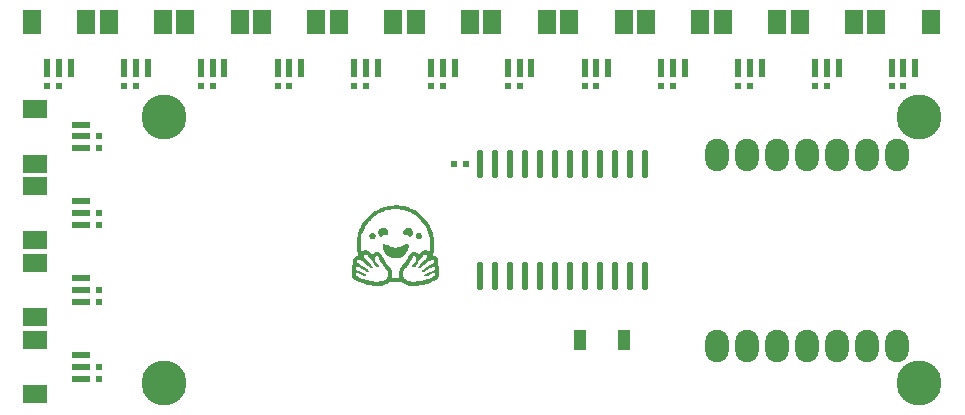
<source format=gbr>
%TF.GenerationSoftware,KiCad,Pcbnew,8.0.1*%
%TF.CreationDate,2025-01-13T07:12:32-05:00*%
%TF.ProjectId,glove-v3,676c6f76-652d-4763-932e-6b696361645f,rev?*%
%TF.SameCoordinates,Original*%
%TF.FileFunction,Soldermask,Top*%
%TF.FilePolarity,Negative*%
%FSLAX46Y46*%
G04 Gerber Fmt 4.6, Leading zero omitted, Abs format (unit mm)*
G04 Created by KiCad (PCBNEW 8.0.1) date 2025-01-13 07:12:32*
%MOMM*%
%LPD*%
G01*
G04 APERTURE LIST*
G04 Aperture macros list*
%AMRoundRect*
0 Rectangle with rounded corners*
0 $1 Rounding radius*
0 $2 $3 $4 $5 $6 $7 $8 $9 X,Y pos of 4 corners*
0 Add a 4 corners polygon primitive as box body*
4,1,4,$2,$3,$4,$5,$6,$7,$8,$9,$2,$3,0*
0 Add four circle primitives for the rounded corners*
1,1,$1+$1,$2,$3*
1,1,$1+$1,$4,$5*
1,1,$1+$1,$6,$7*
1,1,$1+$1,$8,$9*
0 Add four rect primitives between the rounded corners*
20,1,$1+$1,$2,$3,$4,$5,0*
20,1,$1+$1,$4,$5,$6,$7,0*
20,1,$1+$1,$6,$7,$8,$9,0*
20,1,$1+$1,$8,$9,$2,$3,0*%
G04 Aperture macros list end*
%ADD10C,0.000000*%
%ADD11C,3.800000*%
%ADD12RoundRect,1.000000X-0.000010X0.375000X-0.000010X-0.375000X0.000010X-0.375000X0.000010X0.375000X0*%
%ADD13C,1.524000*%
%ADD14R,1.000000X1.800000*%
%ADD15R,0.600000X0.600000*%
%ADD16O,0.570000X2.390000*%
%ADD17R,0.600000X1.550000*%
%ADD18R,1.500000X2.000000*%
%ADD19R,1.550000X0.600000*%
%ADD20R,2.000000X1.500000*%
G04 APERTURE END LIST*
D10*
%TO.C,G\u002A\u002A\u002A*%
G36*
X135746649Y-44358890D02*
G01*
X135820868Y-44399732D01*
X135881388Y-44460343D01*
X135922107Y-44534620D01*
X135936920Y-44616005D01*
X135922177Y-44696504D01*
X135882101Y-44772111D01*
X135822922Y-44832605D01*
X135793515Y-44851235D01*
X135706615Y-44882505D01*
X135621474Y-44882213D01*
X135536155Y-44851235D01*
X135470745Y-44800258D01*
X135421790Y-44729825D01*
X135395519Y-44650156D01*
X135392749Y-44616005D01*
X135400535Y-44565127D01*
X135420098Y-44507304D01*
X135429605Y-44487325D01*
X135480581Y-44421915D01*
X135551014Y-44372960D01*
X135630683Y-44346690D01*
X135664835Y-44343919D01*
X135746649Y-44358890D01*
G37*
G36*
X131825414Y-44358890D02*
G01*
X131899633Y-44399732D01*
X131960153Y-44460343D01*
X132000872Y-44534620D01*
X132015685Y-44616005D01*
X132007899Y-44666883D01*
X131988337Y-44724705D01*
X131978830Y-44744685D01*
X131927853Y-44810095D01*
X131857420Y-44859050D01*
X131777751Y-44885320D01*
X131743600Y-44888091D01*
X131692722Y-44880304D01*
X131634899Y-44860742D01*
X131614920Y-44851235D01*
X131549510Y-44800258D01*
X131500555Y-44729825D01*
X131474284Y-44650156D01*
X131471514Y-44616005D01*
X131479300Y-44565127D01*
X131498863Y-44507304D01*
X131508369Y-44487325D01*
X131559346Y-44421915D01*
X131629779Y-44372960D01*
X131709448Y-44346690D01*
X131743600Y-44343919D01*
X131825414Y-44358890D01*
G37*
G36*
X134883162Y-43926193D02*
G01*
X134982047Y-43966699D01*
X135064559Y-44029550D01*
X135127877Y-44110840D01*
X135169181Y-44206663D01*
X135185648Y-44313111D01*
X135174457Y-44426280D01*
X135165861Y-44459046D01*
X135138540Y-44516953D01*
X135093390Y-44580879D01*
X135039612Y-44639725D01*
X134986408Y-44682392D01*
X134975580Y-44688564D01*
X134942090Y-44705442D01*
X134923544Y-44709710D01*
X134906014Y-44702576D01*
X134894147Y-44695618D01*
X134870963Y-44674781D01*
X134837940Y-44636573D01*
X134809793Y-44599583D01*
X134762462Y-44539792D01*
X134720770Y-44505872D01*
X134676339Y-44494919D01*
X134620790Y-44504025D01*
X134576498Y-44518688D01*
X134520012Y-44536567D01*
X134470911Y-44547407D01*
X134443939Y-44549030D01*
X134406635Y-44528344D01*
X134377688Y-44481106D01*
X134359083Y-44412132D01*
X134352798Y-44327914D01*
X134367225Y-44209356D01*
X134408000Y-44107077D01*
X134472542Y-44023641D01*
X134558275Y-43961615D01*
X134662621Y-43923565D01*
X134770726Y-43911939D01*
X134883162Y-43926193D01*
G37*
G36*
X132769102Y-43924883D02*
G01*
X132868069Y-43964419D01*
X132950067Y-44031018D01*
X133015863Y-44125152D01*
X133023518Y-44139940D01*
X133062752Y-44249140D01*
X133071723Y-44357030D01*
X133050258Y-44460082D01*
X133040439Y-44483963D01*
X133016562Y-44525845D01*
X132988089Y-44547731D01*
X132948585Y-44550778D01*
X132891618Y-44536143D01*
X132845489Y-44519005D01*
X132792606Y-44502040D01*
X132746808Y-44493947D01*
X132727022Y-44494760D01*
X132700878Y-44510395D01*
X132661571Y-44544426D01*
X132616220Y-44590485D01*
X132600680Y-44607764D01*
X132556922Y-44654948D01*
X132519041Y-44691007D01*
X132493165Y-44710286D01*
X132487725Y-44712035D01*
X132463693Y-44702912D01*
X132425087Y-44679501D01*
X132397049Y-44659450D01*
X132317271Y-44579533D01*
X132262724Y-44482358D01*
X132236102Y-44373395D01*
X132233874Y-44327914D01*
X132243107Y-44226501D01*
X132272308Y-44141680D01*
X132325650Y-44062201D01*
X132337669Y-44048127D01*
X132420656Y-43977224D01*
X132521182Y-43931237D01*
X132634293Y-43912312D01*
X132652400Y-43911939D01*
X132769102Y-43924883D01*
G37*
G36*
X134763677Y-45297570D02*
G01*
X134782817Y-45317060D01*
X134783994Y-45319174D01*
X134797123Y-45367938D01*
X134799734Y-45439639D01*
X134792837Y-45527351D01*
X134777443Y-45624150D01*
X134754564Y-45723110D01*
X134725208Y-45817306D01*
X134703264Y-45872401D01*
X134612442Y-46041441D01*
X134500067Y-46187367D01*
X134367274Y-46309206D01*
X134215198Y-46405982D01*
X134044972Y-46476722D01*
X133976942Y-46496274D01*
X133886367Y-46511811D01*
X133776049Y-46519261D01*
X133657176Y-46518782D01*
X133540934Y-46510531D01*
X133438511Y-46494667D01*
X133411574Y-46488296D01*
X133242025Y-46427950D01*
X133088699Y-46340960D01*
X132953271Y-46229193D01*
X132837417Y-46094520D01*
X132742811Y-45938807D01*
X132671129Y-45763925D01*
X132633145Y-45619989D01*
X132613844Y-45504429D01*
X132609407Y-45415339D01*
X132619842Y-45350837D01*
X132634058Y-45321973D01*
X132653355Y-45302330D01*
X132679567Y-45292716D01*
X132716377Y-45294009D01*
X132767470Y-45307086D01*
X132836526Y-45332826D01*
X132927229Y-45372106D01*
X133016000Y-45413001D01*
X133192209Y-45491064D01*
X133350000Y-45550000D01*
X133494663Y-45589755D01*
X133631488Y-45610274D01*
X133765763Y-45611504D01*
X133902779Y-45593390D01*
X134047825Y-45555878D01*
X134206191Y-45498914D01*
X134383165Y-45422443D01*
X134434832Y-45398440D01*
X134542767Y-45349308D01*
X134626295Y-45315410D01*
X134688740Y-45295990D01*
X134733426Y-45290295D01*
X134763677Y-45297570D01*
G37*
G36*
X133808250Y-42044146D02*
G01*
X134129938Y-42071319D01*
X134443143Y-42128286D01*
X134746168Y-42213834D01*
X135037315Y-42326746D01*
X135314889Y-42465808D01*
X135577191Y-42629804D01*
X135822525Y-42817519D01*
X136049195Y-43027738D01*
X136255502Y-43259245D01*
X136439751Y-43510826D01*
X136600244Y-43781265D01*
X136735284Y-44069348D01*
X136773892Y-44167864D01*
X136844448Y-44375429D01*
X136897613Y-44576714D01*
X136934822Y-44780135D01*
X136957508Y-44994106D01*
X136967108Y-45227043D01*
X136967651Y-45304222D01*
X136966133Y-45464217D01*
X136960941Y-45600547D01*
X136951115Y-45721444D01*
X136935694Y-45835138D01*
X136913719Y-45949858D01*
X136884231Y-46073835D01*
X136872760Y-46117904D01*
X136855844Y-46182244D01*
X136842539Y-46233650D01*
X136834624Y-46265202D01*
X136833203Y-46271724D01*
X136847524Y-46275909D01*
X136884107Y-46281815D01*
X136912133Y-46285419D01*
X137020896Y-46313329D01*
X137116496Y-46366871D01*
X137196222Y-46441418D01*
X137257363Y-46532345D01*
X137297206Y-46635027D01*
X137313042Y-46744838D01*
X137302157Y-46857154D01*
X137283547Y-46918983D01*
X137250697Y-47005262D01*
X137306394Y-47070331D01*
X137365391Y-47162933D01*
X137399251Y-47269769D01*
X137407081Y-47384178D01*
X137387989Y-47499496D01*
X137370527Y-47549547D01*
X137350132Y-47601622D01*
X137341707Y-47635312D01*
X137344320Y-47661528D01*
X137357044Y-47691179D01*
X137358253Y-47693593D01*
X137373527Y-47738243D01*
X137385656Y-47799100D01*
X137390499Y-47843561D01*
X137385859Y-47954905D01*
X137356018Y-48058181D01*
X137299741Y-48154872D01*
X137215795Y-48246456D01*
X137102947Y-48334414D01*
X136959965Y-48420227D01*
X136873215Y-48464532D01*
X136608670Y-48580563D01*
X136330770Y-48678899D01*
X136046138Y-48757923D01*
X135761396Y-48816019D01*
X135483164Y-48851571D01*
X135240701Y-48862972D01*
X135023147Y-48854887D01*
X134829818Y-48828304D01*
X134658321Y-48782502D01*
X134506264Y-48716764D01*
X134371252Y-48630370D01*
X134316150Y-48585204D01*
X134240390Y-48518518D01*
X134092341Y-48538081D01*
X133988951Y-48548002D01*
X133863486Y-48554221D01*
X133725666Y-48556745D01*
X133585209Y-48555581D01*
X133451837Y-48550739D01*
X133335268Y-48542224D01*
X133292822Y-48537447D01*
X133137507Y-48517467D01*
X133052746Y-48592343D01*
X132954875Y-48664599D01*
X132835011Y-48730575D01*
X132703134Y-48785490D01*
X132569226Y-48824566D01*
X132566396Y-48825198D01*
X132460147Y-48843347D01*
X132333201Y-48856568D01*
X132196568Y-48864330D01*
X132061259Y-48866101D01*
X131938283Y-48861351D01*
X131895648Y-48857573D01*
X131589332Y-48812197D01*
X131274902Y-48741506D01*
X130960580Y-48647716D01*
X130654587Y-48533038D01*
X130592814Y-48506795D01*
X130436146Y-48430905D01*
X130298999Y-48348355D01*
X130184060Y-48261332D01*
X130094014Y-48172023D01*
X130031550Y-48082617D01*
X130008942Y-48031358D01*
X129987837Y-47935207D01*
X129985592Y-47834796D01*
X130001986Y-47742700D01*
X130014565Y-47709111D01*
X130032126Y-47667733D01*
X130037197Y-47638554D01*
X130029566Y-47607133D01*
X130012498Y-47566881D01*
X129978815Y-47456108D01*
X129971160Y-47341067D01*
X129971227Y-47340639D01*
X130309616Y-47340639D01*
X130313087Y-47402342D01*
X130344449Y-47463574D01*
X130360768Y-47482582D01*
X130415883Y-47527107D01*
X130500337Y-47576972D01*
X130612097Y-47631146D01*
X130749135Y-47688594D01*
X130817096Y-47714710D01*
X130944835Y-47763987D01*
X131044805Y-47806120D01*
X131119957Y-47842957D01*
X131173244Y-47876344D01*
X131207619Y-47908128D01*
X131226032Y-47940154D01*
X131231438Y-47973862D01*
X131226984Y-48015382D01*
X131211903Y-48042308D01*
X131183619Y-48054280D01*
X131139554Y-48050941D01*
X131077131Y-48031932D01*
X130993774Y-47996895D01*
X130886905Y-47945469D01*
X130833615Y-47918502D01*
X130730820Y-47866709D01*
X130650970Y-47828549D01*
X130589089Y-47801999D01*
X130540201Y-47785035D01*
X130499330Y-47775636D01*
X130474720Y-47772626D01*
X130419870Y-47770309D01*
X130385099Y-47776405D01*
X130359027Y-47793394D01*
X130352991Y-47799178D01*
X130323623Y-47842060D01*
X130321527Y-47887434D01*
X130347475Y-47938634D01*
X130398508Y-47995417D01*
X130473925Y-48054820D01*
X130576727Y-48115876D01*
X130702446Y-48177042D01*
X130846616Y-48236775D01*
X131004770Y-48293530D01*
X131172443Y-48345765D01*
X131345169Y-48391935D01*
X131518479Y-48430497D01*
X131687910Y-48459908D01*
X131775610Y-48471371D01*
X131875919Y-48480001D01*
X131991005Y-48485315D01*
X132113186Y-48487388D01*
X132234781Y-48486298D01*
X132348108Y-48482120D01*
X132445488Y-48474931D01*
X132519238Y-48464808D01*
X132523574Y-48463939D01*
X132660129Y-48424709D01*
X132774706Y-48366376D01*
X132871397Y-48285699D01*
X132954296Y-48179436D01*
X133011647Y-48077448D01*
X133044089Y-48009005D01*
X133063827Y-47956664D01*
X133073994Y-47908713D01*
X133077725Y-47853437D01*
X133078100Y-47829090D01*
X133073499Y-47748090D01*
X133056615Y-47672221D01*
X133024854Y-47596399D01*
X132975625Y-47515538D01*
X132906335Y-47424555D01*
X132821935Y-47326754D01*
X132658322Y-47128820D01*
X132516054Y-46924499D01*
X132398352Y-46718849D01*
X132312100Y-46526531D01*
X132266697Y-46429602D01*
X132216377Y-46359568D01*
X132163007Y-46317390D01*
X132108456Y-46304031D01*
X132054591Y-46320452D01*
X132003334Y-46367547D01*
X131972234Y-46424867D01*
X131950018Y-46499922D01*
X131939789Y-46578962D01*
X131942517Y-46637085D01*
X131962709Y-46720190D01*
X131997649Y-46796088D01*
X132051602Y-46871800D01*
X132128834Y-46954349D01*
X132144357Y-46969349D01*
X132201380Y-47024969D01*
X132238532Y-47065101D01*
X132259913Y-47095477D01*
X132269621Y-47121825D01*
X132271766Y-47147464D01*
X132259303Y-47206750D01*
X132222659Y-47245460D01*
X132162954Y-47262629D01*
X132137357Y-47263383D01*
X132083045Y-47255551D01*
X132034703Y-47238088D01*
X132027457Y-47233827D01*
X132003196Y-47209295D01*
X131968138Y-47162633D01*
X131926543Y-47099958D01*
X131882671Y-47027388D01*
X131877976Y-47019215D01*
X131771576Y-46838867D01*
X131669023Y-46676496D01*
X131571747Y-46534002D01*
X131481178Y-46413286D01*
X131398745Y-46316249D01*
X131325878Y-46244791D01*
X131264008Y-46200815D01*
X131261390Y-46199454D01*
X131184985Y-46171361D01*
X131123057Y-46171307D01*
X131077146Y-46198401D01*
X131048794Y-46251753D01*
X131039528Y-46327561D01*
X131043017Y-46377693D01*
X131054853Y-46426652D01*
X131077352Y-46477898D01*
X131112831Y-46534886D01*
X131163605Y-46601077D01*
X131231991Y-46679928D01*
X131320306Y-46774897D01*
X131382646Y-46839837D01*
X131489411Y-46950977D01*
X131575120Y-47042253D01*
X131641713Y-47116070D01*
X131691129Y-47174831D01*
X131725306Y-47220941D01*
X131746185Y-47256805D01*
X131755703Y-47284827D01*
X131756427Y-47303330D01*
X131744582Y-47335856D01*
X131713019Y-47349185D01*
X131706918Y-47349993D01*
X131662790Y-47345136D01*
X131607311Y-47320547D01*
X131538054Y-47274724D01*
X131452588Y-47206163D01*
X131399491Y-47159737D01*
X131315948Y-47088035D01*
X131218368Y-47009084D01*
X131114057Y-46928397D01*
X131010324Y-46851487D01*
X130914474Y-46783868D01*
X130833814Y-46731052D01*
X130821071Y-46723303D01*
X130707835Y-46662962D01*
X130611680Y-46627560D01*
X130533279Y-46617226D01*
X130473302Y-46632086D01*
X130447196Y-46652328D01*
X130414832Y-46695714D01*
X130400572Y-46739128D01*
X130405863Y-46784263D01*
X130432155Y-46832812D01*
X130480895Y-46886468D01*
X130553531Y-46946923D01*
X130651511Y-47015871D01*
X130776284Y-47095005D01*
X130878079Y-47156032D01*
X131032548Y-47248810D01*
X131159884Y-47329331D01*
X131261880Y-47399045D01*
X131340330Y-47459401D01*
X131397026Y-47511851D01*
X131433762Y-47557845D01*
X131452331Y-47598833D01*
X131455509Y-47623039D01*
X131448103Y-47663166D01*
X131432900Y-47687812D01*
X131418538Y-47695189D01*
X131398247Y-47695617D01*
X131368784Y-47687610D01*
X131326903Y-47669685D01*
X131269359Y-47640356D01*
X131192909Y-47598139D01*
X131094307Y-47541549D01*
X131025110Y-47501217D01*
X130869415Y-47412680D01*
X130737089Y-47343219D01*
X130626248Y-47292245D01*
X130535005Y-47259166D01*
X130461476Y-47243391D01*
X130403775Y-47244329D01*
X130360016Y-47261390D01*
X130334872Y-47284840D01*
X130309616Y-47340639D01*
X129971227Y-47340639D01*
X129988670Y-47229026D01*
X130030482Y-47127252D01*
X130071675Y-47068410D01*
X130124233Y-47007008D01*
X130091937Y-46911853D01*
X130068044Y-46796876D01*
X130072142Y-46683444D01*
X130101543Y-46575978D01*
X130153559Y-46478899D01*
X130225498Y-46396630D01*
X130314673Y-46333591D01*
X130418395Y-46294203D01*
X130473241Y-46284925D01*
X130520728Y-46279668D01*
X130551956Y-46275526D01*
X130559227Y-46273922D01*
X130555575Y-46258567D01*
X130545746Y-46218951D01*
X130531424Y-46161841D01*
X130520900Y-46120112D01*
X130487973Y-45983741D01*
X130463231Y-45864473D01*
X130445586Y-45753236D01*
X130433952Y-45640957D01*
X130427240Y-45518564D01*
X130424363Y-45376986D01*
X130424040Y-45312224D01*
X130424826Y-45224049D01*
X130739698Y-45224049D01*
X130744019Y-45506689D01*
X130774579Y-45778413D01*
X130788744Y-45862355D01*
X130799947Y-45918438D01*
X130810557Y-45950368D01*
X130822941Y-45961852D01*
X130839466Y-45956593D01*
X130862500Y-45938298D01*
X130871621Y-45930305D01*
X130960694Y-45872386D01*
X131062578Y-45840857D01*
X131173104Y-45834973D01*
X131288101Y-45853991D01*
X131403398Y-45897165D01*
X131514825Y-45963753D01*
X131618212Y-46053009D01*
X131630345Y-46065704D01*
X131728939Y-46171102D01*
X131759067Y-46132801D01*
X131835375Y-46060466D01*
X131930238Y-46009052D01*
X132036920Y-45979856D01*
X132148685Y-45974174D01*
X132258799Y-45993305D01*
X132331901Y-46022466D01*
X132395703Y-46066028D01*
X132462842Y-46129940D01*
X132524831Y-46204805D01*
X132573181Y-46281229D01*
X132582146Y-46299485D01*
X132652657Y-46451388D01*
X132714042Y-46578324D01*
X132769169Y-46685003D01*
X132820907Y-46776136D01*
X132872128Y-46856431D01*
X132925699Y-46930600D01*
X132984491Y-47003353D01*
X133051373Y-47079399D01*
X133069179Y-47098917D01*
X133180991Y-47227583D01*
X133267901Y-47344271D01*
X133332221Y-47453858D01*
X133376261Y-47561222D01*
X133402334Y-47671240D01*
X133412749Y-47788791D01*
X133413171Y-47825016D01*
X133404806Y-47952841D01*
X133378506Y-48073293D01*
X133336877Y-48187857D01*
X133336595Y-48210464D01*
X133362886Y-48222140D01*
X133391426Y-48224684D01*
X133443989Y-48226435D01*
X133514754Y-48227444D01*
X133597900Y-48227764D01*
X133687603Y-48227445D01*
X133778042Y-48226539D01*
X133863395Y-48225097D01*
X133937839Y-48223170D01*
X133995552Y-48220810D01*
X134030713Y-48218068D01*
X134038646Y-48216185D01*
X134038470Y-48197475D01*
X134028420Y-48159091D01*
X134017663Y-48128157D01*
X133973678Y-47969151D01*
X133961385Y-47809785D01*
X133963830Y-47789490D01*
X134297496Y-47789490D01*
X134303770Y-47893932D01*
X134334258Y-48004807D01*
X134367981Y-48085165D01*
X134439045Y-48204104D01*
X134530691Y-48305527D01*
X134637949Y-48385331D01*
X134755852Y-48439417D01*
X134816568Y-48455401D01*
X134871754Y-48466363D01*
X134918038Y-48475539D01*
X134936605Y-48479208D01*
X134975752Y-48483248D01*
X135039911Y-48485835D01*
X135122119Y-48487037D01*
X135215416Y-48486922D01*
X135312838Y-48485557D01*
X135407424Y-48483009D01*
X135492211Y-48479348D01*
X135560238Y-48474639D01*
X135576807Y-48472981D01*
X135834657Y-48435007D01*
X136089111Y-48377755D01*
X136330823Y-48305712D01*
X136522298Y-48238261D01*
X136685404Y-48171709D01*
X136819196Y-48106505D01*
X136922727Y-48043099D01*
X136979255Y-47997645D01*
X137031414Y-47940711D01*
X137055480Y-47891211D01*
X137052810Y-47844041D01*
X137031120Y-47802801D01*
X137012855Y-47781844D01*
X136989576Y-47771731D01*
X136951359Y-47769945D01*
X136910785Y-47772273D01*
X136872629Y-47776785D01*
X136833077Y-47786036D01*
X136786900Y-47802106D01*
X136728875Y-47827078D01*
X136653773Y-47863030D01*
X136556369Y-47912045D01*
X136544531Y-47918087D01*
X136426510Y-47976715D01*
X136333107Y-48018796D01*
X136261763Y-48044691D01*
X136209915Y-48054763D01*
X136175003Y-48049372D01*
X136154466Y-48028880D01*
X136145743Y-47993649D01*
X136144986Y-47974486D01*
X136151808Y-47938487D01*
X136174139Y-47904110D01*
X136214771Y-47869581D01*
X136276499Y-47833128D01*
X136362118Y-47792977D01*
X136474421Y-47747355D01*
X136545112Y-47720576D01*
X136708314Y-47655964D01*
X136840519Y-47594846D01*
X136942468Y-47536567D01*
X137014902Y-47480468D01*
X137058565Y-47425896D01*
X137074198Y-47372194D01*
X137062543Y-47318706D01*
X137040107Y-47283003D01*
X137003586Y-47253924D01*
X136952262Y-47242392D01*
X136884547Y-47248890D01*
X136798854Y-47273900D01*
X136693594Y-47317903D01*
X136567180Y-47381381D01*
X136418023Y-47464817D01*
X136393064Y-47479392D01*
X136269170Y-47551312D01*
X136169595Y-47607181D01*
X136091712Y-47648224D01*
X136032894Y-47675668D01*
X135990512Y-47690738D01*
X135961940Y-47694661D01*
X135944575Y-47688684D01*
X135922997Y-47651804D01*
X135925303Y-47602378D01*
X135950357Y-47547826D01*
X135970067Y-47522070D01*
X136009045Y-47482728D01*
X136061719Y-47438749D01*
X136131001Y-47388114D01*
X136219802Y-47328801D01*
X136331035Y-47258788D01*
X136467609Y-47176055D01*
X136473680Y-47172429D01*
X136610147Y-47089661D01*
X136720455Y-47019706D01*
X136806960Y-46960831D01*
X136872017Y-46911307D01*
X136917985Y-46869401D01*
X136947217Y-46833382D01*
X136955774Y-46818144D01*
X136972575Y-46752988D01*
X136962228Y-46694262D01*
X136928436Y-46648234D01*
X136874901Y-46621172D01*
X136836752Y-46616635D01*
X136769654Y-46627984D01*
X136683471Y-46660815D01*
X136581064Y-46713305D01*
X136465290Y-46783632D01*
X136339009Y-46869971D01*
X136205080Y-46970501D01*
X136066363Y-47083399D01*
X135960928Y-47175068D01*
X135864668Y-47256079D01*
X135785238Y-47311684D01*
X135721188Y-47342753D01*
X135671068Y-47350157D01*
X135669507Y-47349993D01*
X135634641Y-47338493D01*
X135620773Y-47309003D01*
X135619997Y-47303330D01*
X135621275Y-47281114D01*
X135631255Y-47254013D01*
X135651972Y-47219497D01*
X135685458Y-47175034D01*
X135733750Y-47118093D01*
X135798880Y-47046143D01*
X135882883Y-46956653D01*
X135980818Y-46854333D01*
X136056263Y-46774777D01*
X136127730Y-46697200D01*
X136190851Y-46626513D01*
X136241260Y-46567627D01*
X136274590Y-46525452D01*
X136279510Y-46518441D01*
X136312376Y-46465565D01*
X136329714Y-46422072D01*
X136336287Y-46372584D01*
X136337046Y-46332759D01*
X136328642Y-46252100D01*
X136303214Y-46198494D01*
X136260442Y-46171742D01*
X136200005Y-46171646D01*
X136121580Y-46198006D01*
X136120425Y-46198529D01*
X136057432Y-46239521D01*
X135983347Y-46310184D01*
X135898380Y-46410243D01*
X135802742Y-46539421D01*
X135696643Y-46697441D01*
X135580294Y-46884028D01*
X135513646Y-46995936D01*
X135467381Y-47071936D01*
X135423123Y-47139595D01*
X135384817Y-47193237D01*
X135356405Y-47227186D01*
X135347855Y-47234556D01*
X135304242Y-47252776D01*
X135249880Y-47262833D01*
X135239067Y-47263383D01*
X135171743Y-47253803D01*
X135127007Y-47222382D01*
X135106110Y-47170191D01*
X135104658Y-47148021D01*
X135107364Y-47120317D01*
X135118205Y-47093542D01*
X135141266Y-47061950D01*
X135180633Y-47019797D01*
X135230927Y-46970445D01*
X135287086Y-46913087D01*
X135337557Y-46855761D01*
X135375561Y-46806468D01*
X135390698Y-46781871D01*
X135425104Y-46685587D01*
X135436865Y-46585104D01*
X135426502Y-46488252D01*
X135394535Y-46402862D01*
X135362458Y-46357260D01*
X135310612Y-46316452D01*
X135257007Y-46306771D01*
X135202761Y-46327464D01*
X135148997Y-46377777D01*
X135096833Y-46456956D01*
X135047391Y-46564249D01*
X135044809Y-46570858D01*
X135006250Y-46658642D01*
X134953532Y-46762482D01*
X134891998Y-46873051D01*
X134826989Y-46981018D01*
X134763846Y-47077055D01*
X134722721Y-47133343D01*
X134684230Y-47180760D01*
X134631832Y-47242499D01*
X134573380Y-47309404D01*
X134532942Y-47354548D01*
X134433159Y-47474009D01*
X134361270Y-47583603D01*
X134316356Y-47687405D01*
X134297496Y-47789490D01*
X133963830Y-47789490D01*
X133980497Y-47651172D01*
X134030731Y-47494423D01*
X134111800Y-47340651D01*
X134223420Y-47190967D01*
X134271616Y-47137674D01*
X134450530Y-46928147D01*
X134599196Y-46708802D01*
X134717429Y-46479922D01*
X134742793Y-46419804D01*
X134811166Y-46274038D01*
X134887196Y-46158469D01*
X134972289Y-46071901D01*
X135067851Y-46013139D01*
X135175288Y-45980986D01*
X135267161Y-45973609D01*
X135388668Y-45988310D01*
X135497558Y-46031714D01*
X135591283Y-46102775D01*
X135597793Y-46109358D01*
X135650389Y-46163624D01*
X135760113Y-46053899D01*
X135876050Y-45954232D01*
X135994513Y-45885369D01*
X136117892Y-45846103D01*
X136190585Y-45836553D01*
X136302302Y-45841464D01*
X136406500Y-45870006D01*
X136495114Y-45919561D01*
X136524657Y-45944943D01*
X136574256Y-45993434D01*
X136591611Y-45912510D01*
X136612780Y-45806928D01*
X136628169Y-45711159D01*
X136638569Y-45616427D01*
X136644771Y-45513960D01*
X136647567Y-45394983D01*
X136647900Y-45288217D01*
X136646779Y-45162769D01*
X136643766Y-45061201D01*
X136638276Y-44975408D01*
X136629721Y-44897284D01*
X136617515Y-44818727D01*
X136611527Y-44785624D01*
X136552474Y-44536443D01*
X136469084Y-44284413D01*
X136364887Y-44037944D01*
X136243415Y-43805444D01*
X136117016Y-43607687D01*
X136054289Y-43526102D01*
X135973447Y-43431384D01*
X135880354Y-43329537D01*
X135780875Y-43226564D01*
X135680873Y-43128469D01*
X135586212Y-43041256D01*
X135502756Y-42970927D01*
X135472774Y-42948100D01*
X135208490Y-42774333D01*
X134932580Y-42630383D01*
X134645103Y-42516275D01*
X134346117Y-42432032D01*
X134168363Y-42397018D01*
X134053220Y-42382458D01*
X133916748Y-42372740D01*
X133767633Y-42367853D01*
X133614560Y-42367787D01*
X133466214Y-42372532D01*
X133331280Y-42382079D01*
X133218444Y-42396417D01*
X133208706Y-42398115D01*
X132900003Y-42469410D01*
X132602646Y-42570020D01*
X132318527Y-42699157D01*
X132049544Y-42856032D01*
X131959668Y-42917106D01*
X131882858Y-42976666D01*
X131791922Y-43055734D01*
X131692490Y-43148632D01*
X131590192Y-43249682D01*
X131490659Y-43353209D01*
X131399523Y-43453533D01*
X131322413Y-43544977D01*
X131274776Y-43607687D01*
X131210632Y-43705916D01*
X131141210Y-43825207D01*
X131070835Y-43956971D01*
X131003835Y-44092622D01*
X130944536Y-44223573D01*
X130897264Y-44341237D01*
X130879642Y-44391934D01*
X130808074Y-44659218D01*
X130761238Y-44939074D01*
X130739698Y-45224049D01*
X130424826Y-45224049D01*
X130425504Y-45148085D01*
X130431263Y-45006813D01*
X130442396Y-44879427D01*
X130459983Y-44756946D01*
X130485107Y-44630388D01*
X130518846Y-44490773D01*
X130526318Y-44462034D01*
X130621138Y-44161915D01*
X130743388Y-43876267D01*
X130891336Y-43606367D01*
X131063248Y-43353491D01*
X131257389Y-43118917D01*
X131472027Y-42903923D01*
X131705427Y-42709785D01*
X131955855Y-42537782D01*
X132221579Y-42389190D01*
X132500863Y-42265286D01*
X132791975Y-42167348D01*
X133093181Y-42096654D01*
X133402746Y-42054480D01*
X133718938Y-42042104D01*
X133808250Y-42044146D01*
G37*
%TD*%
D11*
%TO.C,REF\u002A\u002A*%
X114050000Y-34550000D03*
%TD*%
D12*
%TO.C,U1*%
X176134400Y-37765800D03*
D13*
X176150000Y-38150000D03*
D12*
X173594400Y-37765800D03*
D13*
X173610000Y-38150000D03*
D12*
X171054400Y-37765800D03*
D13*
X171070000Y-38150000D03*
D12*
X168514400Y-37765800D03*
D13*
X168530000Y-38150000D03*
D12*
X165974400Y-37765800D03*
D13*
X165990000Y-38150000D03*
D12*
X163434400Y-37765800D03*
D13*
X163450000Y-38150000D03*
D12*
X160894400Y-37765800D03*
D13*
X160910000Y-38150000D03*
X160910000Y-53542400D03*
D12*
X160894400Y-53930800D03*
D13*
X163450000Y-53542400D03*
D12*
X163434400Y-53930800D03*
D13*
X165990000Y-53542400D03*
D12*
X165974400Y-53930800D03*
D13*
X168530000Y-53542400D03*
D12*
X168514400Y-53930800D03*
D13*
X171070000Y-53542400D03*
D12*
X171054400Y-53930800D03*
D13*
X173610000Y-53542400D03*
D12*
X173594400Y-53930800D03*
D13*
X176150000Y-53542400D03*
D12*
X176134400Y-53930800D03*
%TD*%
D14*
%TO.C,U3*%
X153050000Y-53450000D03*
X149350000Y-53450000D03*
%TD*%
D15*
%TO.C,C16*%
X139650000Y-38550000D03*
X138650000Y-38550000D03*
%TD*%
D11*
%TO.C,REF\u002A\u002A*%
X114050000Y-57050000D03*
%TD*%
D16*
%TO.C,U2*%
X140810000Y-48040000D03*
X142080000Y-48040000D03*
X143350000Y-48040000D03*
X144620000Y-48040000D03*
X145890000Y-48040000D03*
X147170000Y-48040000D03*
X148430000Y-48040000D03*
X149700000Y-48040000D03*
X150970000Y-48040000D03*
X152240000Y-48040000D03*
X153510000Y-48040000D03*
X154790000Y-48040000D03*
X154790000Y-38560000D03*
X153510000Y-38560000D03*
X152240000Y-38560000D03*
X150970000Y-38560000D03*
X149700000Y-38560000D03*
X148430000Y-38560000D03*
X147170000Y-38560000D03*
X145890000Y-38560000D03*
X144620000Y-38560000D03*
X143350000Y-38560000D03*
X142080000Y-38560000D03*
X140810000Y-38560000D03*
%TD*%
D11*
%TO.C,REF\u002A\u002A*%
X178050000Y-57050000D03*
%TD*%
%TO.C,REF\u002A\u002A*%
X178050000Y-34550000D03*
%TD*%
D15*
%TO.C,C11*%
X150700000Y-31900000D03*
X149700000Y-31900000D03*
%TD*%
%TO.C,C14*%
X170200000Y-31900000D03*
X169200000Y-31900000D03*
%TD*%
%TO.C,C15*%
X176700000Y-31900000D03*
X175700000Y-31900000D03*
%TD*%
D17*
%TO.C,H13*%
X164700000Y-30380000D03*
X163700000Y-30380000D03*
X162700000Y-30380000D03*
D18*
X161400000Y-26500000D03*
X166000000Y-26500000D03*
%TD*%
D17*
%TO.C,H9*%
X138700000Y-30380000D03*
X137700000Y-30380000D03*
X136700000Y-30380000D03*
D18*
X135400000Y-26500000D03*
X140000000Y-26500000D03*
%TD*%
D17*
%TO.C,H14*%
X171200000Y-30380000D03*
X170200000Y-30380000D03*
X169200000Y-30380000D03*
D18*
X167900000Y-26500000D03*
X172500000Y-26500000D03*
%TD*%
D19*
%TO.C,H2*%
X107040000Y-41700000D03*
X107040000Y-42700000D03*
X107040000Y-43700000D03*
D20*
X103160000Y-45000000D03*
X103160000Y-40400000D03*
%TD*%
D15*
%TO.C,C3*%
X108600000Y-36200000D03*
X108600000Y-37200000D03*
%TD*%
%TO.C,C5*%
X111700000Y-31900000D03*
X110700000Y-31900000D03*
%TD*%
D19*
%TO.C,H3*%
X107040000Y-35200000D03*
X107040000Y-36200000D03*
X107040000Y-37200000D03*
D20*
X103160000Y-38500000D03*
X103160000Y-33900000D03*
%TD*%
D15*
%TO.C,C0*%
X108600000Y-55700000D03*
X108600000Y-56700000D03*
%TD*%
%TO.C,C9*%
X137700000Y-31900000D03*
X136700000Y-31900000D03*
%TD*%
%TO.C,C4*%
X105200000Y-31900000D03*
X104200000Y-31900000D03*
%TD*%
D17*
%TO.C,H10*%
X145200000Y-30380000D03*
X144200000Y-30380000D03*
X143200000Y-30380000D03*
D18*
X141900000Y-26500000D03*
X146500000Y-26500000D03*
%TD*%
D17*
%TO.C,H12*%
X158200000Y-30380000D03*
X157200000Y-30380000D03*
X156200000Y-30380000D03*
D18*
X154900000Y-26500000D03*
X159500000Y-26500000D03*
%TD*%
D15*
%TO.C,C12*%
X157200000Y-31900000D03*
X156200000Y-31900000D03*
%TD*%
D19*
%TO.C,H1*%
X107040000Y-48200000D03*
X107040000Y-49200000D03*
X107040000Y-50200000D03*
D20*
X103160000Y-51500000D03*
X103160000Y-46900000D03*
%TD*%
D15*
%TO.C,C8*%
X131200000Y-31900000D03*
X130200000Y-31900000D03*
%TD*%
%TO.C,C1*%
X108600000Y-49200000D03*
X108600000Y-50200000D03*
%TD*%
%TO.C,C2*%
X108600000Y-42700000D03*
X108600000Y-43700000D03*
%TD*%
%TO.C,C13*%
X163700000Y-31900000D03*
X162700000Y-31900000D03*
%TD*%
%TO.C,C6*%
X118200000Y-31900000D03*
X117200000Y-31900000D03*
%TD*%
D17*
%TO.C,H11*%
X151700000Y-30380000D03*
X150700000Y-30380000D03*
X149700000Y-30380000D03*
D18*
X148400000Y-26500000D03*
X153000000Y-26500000D03*
%TD*%
D17*
%TO.C,H6*%
X119200000Y-30380000D03*
X118200000Y-30380000D03*
X117200000Y-30380000D03*
D18*
X115900000Y-26500000D03*
X120500000Y-26500000D03*
%TD*%
D17*
%TO.C,H7*%
X125700000Y-30380000D03*
X124700000Y-30380000D03*
X123700000Y-30380000D03*
D18*
X122400000Y-26500000D03*
X127000000Y-26500000D03*
%TD*%
D17*
%TO.C,H5*%
X112700000Y-30380000D03*
X111700000Y-30380000D03*
X110700000Y-30380000D03*
D18*
X109400000Y-26500000D03*
X114000000Y-26500000D03*
%TD*%
D17*
%TO.C,H4*%
X106200000Y-30380000D03*
X105200000Y-30380000D03*
X104200000Y-30380000D03*
D18*
X102900000Y-26500000D03*
X107500000Y-26500000D03*
%TD*%
D19*
%TO.C,H0*%
X107052500Y-54700000D03*
X107052500Y-55700000D03*
X107052500Y-56700000D03*
D20*
X103172500Y-58000000D03*
X103172500Y-53400000D03*
%TD*%
D17*
%TO.C,H8*%
X132200000Y-30380000D03*
X131200000Y-30380000D03*
X130200000Y-30380000D03*
D18*
X128900000Y-26500000D03*
X133500000Y-26500000D03*
%TD*%
D15*
%TO.C,C10*%
X144200000Y-31900000D03*
X143200000Y-31900000D03*
%TD*%
D17*
%TO.C,H15*%
X177700000Y-30380000D03*
X176700000Y-30380000D03*
X175700000Y-30380000D03*
D18*
X174400000Y-26500000D03*
X179000000Y-26500000D03*
%TD*%
D15*
%TO.C,C7*%
X124700000Y-31900000D03*
X123700000Y-31900000D03*
%TD*%
M02*

</source>
